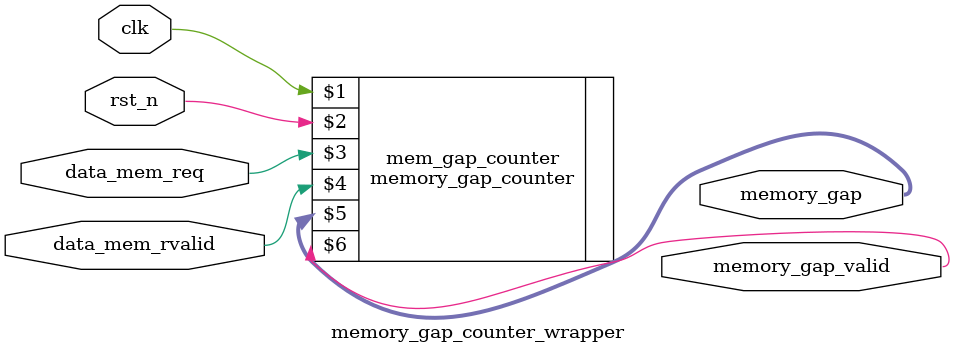
<source format=v>
`timescale 1ns / 1ps


module memory_gap_counter_wrapper
(
    input           clk,
    input           rst_n,
    
    input           data_mem_req,
    input           data_mem_rvalid,
    output [31:0]   memory_gap,
    output          memory_gap_valid
);

    memory_gap_counter mem_gap_counter (clk, rst_n, data_mem_req, data_mem_rvalid, memory_gap, memory_gap_valid);

endmodule

</source>
